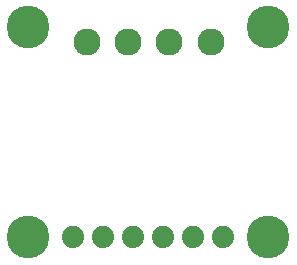
<source format=gbr>
G04 EAGLE Gerber RS-274X export*
G75*
%MOMM*%
%FSLAX34Y34*%
%LPD*%
%INSoldermask Bottom*%
%IPPOS*%
%AMOC8*
5,1,8,0,0,1.08239X$1,22.5*%
G01*
%ADD10C,1.879600*%
%ADD11C,3.617600*%
%ADD12C,2.286000*%


D10*
X12065Y-15875D03*
X37465Y-15875D03*
X62865Y-15875D03*
X88265Y-15875D03*
X113665Y-15875D03*
X139065Y-15875D03*
D11*
X-26035Y161925D03*
X177165Y161925D03*
X-26035Y-15875D03*
X177165Y-15875D03*
D12*
X23275Y149225D03*
X58275Y149225D03*
X93125Y149225D03*
X128125Y149225D03*
M02*

</source>
